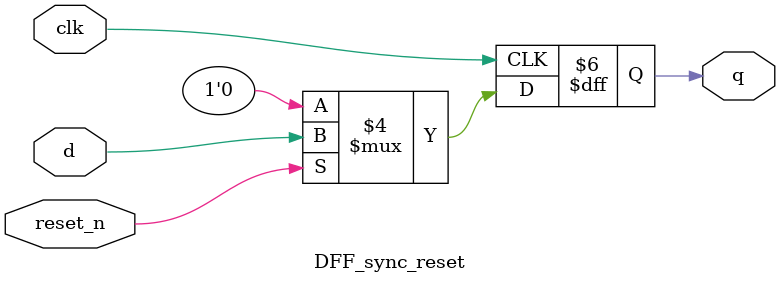
<source format=v>
module DFF_sync_reset (
    input wire  clk, 
    input wire  reset_n,
    input wire  d,
    output reg  q
); 

    always @(posedge clk) begin
        if (!reset_n) 
            q <= 0; 
        else          
            q <= d; 
    end
endmodule

</source>
